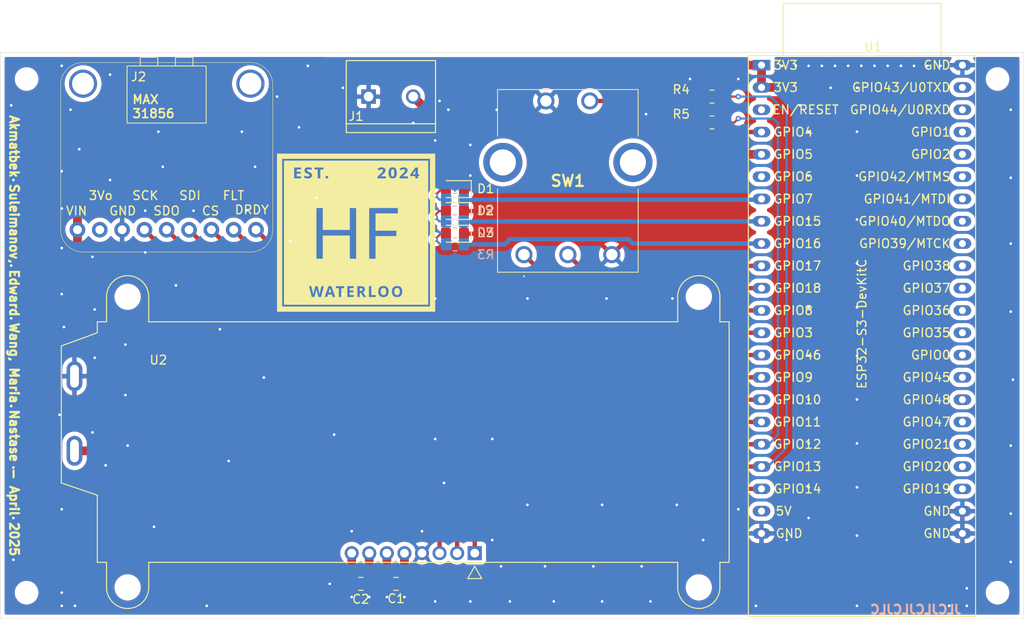
<source format=kicad_pcb>
(kicad_pcb (version 20241229) (generator "pcbnew") (generator_version "9.0")
  (title_block (title "Tube Furnace PCB") (date "2025-03-26") (rev "v2") (company "Waterloo Hacker Fab"))
  (layers (0 "F.Cu" signal) (2 "B.Cu" signal) (13 "F.Paste" user) (15 "B.Paste" user) (5 "F.SilkS" user "F.Silkscreen") (7 "B.SilkS" user "B.Silkscreen") (1 "F.Mask" user) (3 "B.Mask" user) (25 "Edge.Cuts" user))
  (net 0 "")
  (net 1 "GND")
  (net 2 "+3.3V")
  (net 3 "+5V")
  (net 4 "/SSR_PWM")
  (net 5 "Net-(D3-A)")
  (net 6 "Net-(D2-A)")
  (net 7 "Net-(D1-A)")
  (net 8 "Net-(U2-VOUT)")
  (net 9 "Net-(U2-C1+)")
  (net 10 "Net-(U2-C1-)")
  (net 11 "/SCL")
  (net 12 "/SDA")
  (net 13 "/ENC_B")
  (net 14 "/ENC_A")
  (net 15 "/ENC_SW")
  (net 16 "/MAX_SDO")
  (net 17 "/MAX_SCK")
  (net 18 "/MAX_DRDY")
  (net 19 "/MAX_3.3VOUT")
  (net 20 "/MAX_SDI")
  (net 21 "/MAX_CS")
  (net 22 "/MAX_FAULT")
  (net 23 "/DISPLAY_RST")
  (net 24 "/LED_1")
  (net 25 "/LED_2")
  (net 26 "/LED_3")
  (footprint "Diode_SMD:D_0805_2012Metric_Pad1.15x1.40mm_HandSolder" (layer "F.Cu") (at 130.25 76.54 180)
    (property "Reference" "D2" (hide yes))
    (property "Value" "LED" (hide yes))
    (pad "1" smd roundrect (at -1.025 0 180) (size 1.15 1.4) (layers "F.Cu" "F.Mask" "F.Paste") (roundrect_rratio 0.217391) (net 1 "GND"))
    (pad "2" smd roundrect (at 1.025 0 180) (size 1.15 1.4) (layers "F.Cu" "F.Mask" "F.Paste") (roundrect_rratio 0.217391) (net 6 "Net-(D2-A)"))
  )
  (footprint "!footprints:HF_logo" (layer "F.Cu") (at 119 79)
    (property "Reference" "G***" (hide yes))
    (property "Value" "LOGO" (hide yes))
  )
  (footprint "MountingHole:MountingHole_2.2mm_M2" (layer "F.Cu") (at 192 120)
    (property "Reference" "REF**" (hide yes))
    (property "Value" "MountingHole_2.2mm_M2" (hide yes))
    (pad "" np_thru_hole circle (at 0 0) (size 2.2 2.2) (drill 2.2) (layers "*.Cu" "*.Mask"))
  )
  (footprint "phoenix_footprints:TE_282837-2" (layer "F.Cu") (at 122.96 63.5)
    (property "Reference" "J1" (at -3.96 2.25 0) (layer "F.SilkS") (effects (font (size 1.002039 1.002039))))
    (property "Value" "Screw_Terminal_01x02")
    (pad "1" thru_hole rect (at -2.54 0) (size 1.65 1.65) (drill 1.1) (layers "*.Cu" "*.Mask") (net 1 "GND"))
    (pad "2" thru_hole circle (at 2.54 0) (size 1.65 1.65) (drill 1.1) (layers "*.Cu" "*.Mask") (net 4 "/SSR_PWM"))
  )
  (footprint "Capacitor_SMD:C_0805_2012Metric" (layer "F.Cu") (at 123.55 119 180)
    (property "Reference" "C1" (at 0 -1.68 0) (layer "F.SilkS"))
    (property "Value" "1uF")
    (pad "1" smd roundrect (at -0.95 0 180) (size 1 1.45) (layers "F.Cu" "F.Mask" "F.Paste") (net 2 "+3.3V"))
    (pad "2" smd roundrect (at 0.95 0 180) (size 1 1.45) (layers "F.Cu" "F.Mask" "F.Paste") (net 8 "Net-(U2-VOUT)"))
  )
  (footprint "MountingHole:MountingHole_2.2mm_M2" (layer "F.Cu") (at 81.5 61.5)
    (property "Reference" "REF**" (hide yes))
    (property "Value" "MountingHole_2.2mm_M2" (hide yes))
    (pad "" np_thru_hole circle (at 0 0) (size 2.2 2.2) (drill 2.2) (layers "*.Cu" "*.Mask"))
  )
  (footprint "Capacitor_SMD:C_0805_2012Metric" (layer "F.Cu") (at 119.55 119 180)
    (property "Reference" "C2" (at 0.008519 -1.745267 0) (layer "F.SilkS"))
    (property "Value" "1uF")
    (pad "1" smd roundrect (at -0.95 0 180) (size 1 1.45) (layers "F.Cu" "F.Mask" "F.Paste") (net 9 "Net-(U2-C1+)"))
    (pad "2" smd roundrect (at 0.95 0 180) (size 1 1.45) (layers "F.Cu" "F.Mask" "F.Paste") (net 10 "Net-(U2-C1-)"))
  )
  (footprint "!footprints:PEC164120FS0012" (layer "F.Cu") (at 138.1 81.5)
    (property "Reference" "SW1" (at 5 -8.4 0) (layer "F.SilkS") (effects (font (size 1.27 1.27) (thickness 0.254))))
    (property "Value" "RotaryEncoder_Switch" (hide yes))
    (pad "A" thru_hole circle (at 0 0) (size 1.95 1.95) (drill 1.3) (layers "*.Cu" "*.Mask") (net 14 "/ENC_A"))
    (pad "B" thru_hole circle (at 5 0) (size 1.95 1.95) (drill 1.3) (layers "*.Cu" "*.Mask") (net 13 "/ENC_B"))
    (pad "C" thru_hole circle (at 10 0) (size 1.95 1.95) (drill 1.3) (layers "*.Cu" "*.Mask") (net 1 "GND"))
    (pad "MH1" thru_hole circle (at -2.4 -10.5) (size 4.46 4.46) (drill 2.9732) (layers "*.Cu" "*.Mask"))
    (pad "MH2" thru_hole circle (at 12.4 -10.5) (size 4.46 4.46) (drill 2.9732) (layers "*.Cu" "*.Mask"))
    (pad "S1" thru_hole circle (at 2.5 -17.5) (size 1.95 1.95) (drill 1.3) (layers "*.Cu" "*.Mask") (net 1 "GND"))
    (pad "S2" thru_hole circle (at 7.5 -17.5) (size 1.95 1.95) (drill 1.3) (layers "*.Cu" "*.Mask") (net 15 "/ENC_SW"))
  )
  (footprint "Diode_SMD:D_0805_2012Metric_Pad1.15x1.40mm_HandSolder" (layer "F.Cu") (at 130.25 79.12 180)
    (property "Reference" "D3" (hide yes))
    (property "Value" "LED")
    (pad "1" smd roundrect (at -1.025 0 180) (size 1.15 1.4) (layers "F.Cu" "F.Mask" "F.Paste") (roundrect_rratio 0.217391) (net 1 "GND"))
    (pad "2" smd roundrect (at 1.025 0 180) (size 1.15 1.4) (layers "F.Cu" "F.Mask" "F.Paste") (roundrect_rratio 0.217391) (net 5 "Net-(D3-A)"))
  )
  (footprint "MountingHole:MountingHole_2.2mm_M2" (layer "F.Cu") (at 81.5 120)
    (property "Reference" "REF**" (hide yes))
    (property "Value" "MountingHole_2.2mm_M2" (hide yes))
    (pad "" np_thru_hole circle (at 0 0) (size 2.2 2.2) (drill 2.2) (layers "*.Cu" "*.Mask"))
  )
  (footprint "Resistor_SMD:R_0805_2012Metric_Pad1.20x1.40mm_HandSolder" (layer "F.Cu") (at 159.5 66.45)
    (property "Reference" "R5" (at -3.5 -0.95 0) (layer "F.SilkS"))
    (property "Value" "4.7k")
    (pad "1" smd roundrect (at -1 0) (size 1.2 1.4) (layers "F.Cu" "F.Mask" "F.Paste") (roundrect_rratio 0.208333) (net 2 "+3.3V"))
    (pad "2" smd roundrect (at 1 0) (size 1.2 1.4) (layers "F.Cu" "F.Mask" "F.Paste") (roundrect_rratio 0.208333) (net 12 "/SDA"))
  )
  (footprint "Resistor_SMD:R_0805_2012Metric_Pad1.20x1.40mm_HandSolder" (layer "F.Cu") (at 159.5 63.5)
    (property "Reference" "R4" (at -3.5 -0.8 0) (layer "F.SilkS"))
    (property "Value" "4.7k")
    (pad "1" smd roundrect (at -1 0) (size 1.2 1.4) (layers "F.Cu" "F.Mask" "F.Paste") (roundrect_rratio 0.208333) (net 2 "+3.3V"))
    (pad "2" smd roundrect (at 1 0) (size 1.2 1.4) (layers "F.Cu" "F.Mask" "F.Paste") (roundrect_rratio 0.208333) (net 11 "/SCL"))
  )
  (footprint "Diode_SMD:D_0805_2012Metric_Pad1.15x1.40mm_HandSolder" (layer "F.Cu") (at 130.25 74.04 180)
    (property "Reference" "D1" (hide yes))
    (property "Value" "LED" (hide yes))
    (pad "1" smd roundrect (at -1.025 0 180) (size 1.15 1.4) (layers "F.Cu" "F.Mask" "F.Paste") (roundrect_rratio 0.217391) (net 1 "GND"))
    (pad "2" smd roundrect (at 1.025 0 180) (size 1.15 1.4) (layers "F.Cu" "F.Mask" "F.Paste") (roundrect_rratio 0.217391) (net 7 "Net-(D1-A)"))
  )
  (footprint "Display:NHD-C0220BiZ" (layer "F.Cu") (at 125.5 99.6)
    (property "Reference" "U2" (at -29 -6.1 0) (layer "F.SilkS"))
    (property "Value" "NHD-C0220BIZ")
    (pad "" np_thru_hole circle (at -32.5 -13.3) (size 2.5 2.5) (drill 2.5) (layers "*.Cu" "*.Mask"))
    (pad "" np_thru_hole circle (at -32.5 19.8) (size 2.5 2.5) (drill 2.5) (layers "*.Cu" "*.Mask"))
    (pad "" np_thru_hole circle (at 32.5 -13.3) (size 2.5 2.5) (drill 2.5) (layers "*.Cu" "*.Mask"))
    (pad "" np_thru_hole circle (at 32.5 19.8) (size 2.5 2.5) (drill 2.5) (layers "*.Cu" "*.Mask"))
    (pad "1" thru_hole rect (at 7 15.9) (size 1.6 1.6) (drill 1) (layers "*.Cu" "*.Mask") (net 23 "/DISPLAY_RST"))
    (pad "2" thru_hole circle (at 5 15.9) (size 1.6 1.6) (drill 1) (layers "*.Cu" "*.Mask") (net 11 "/SCL"))
    (pad "3" thru_hole circle (at 3 15.9) (size 1.6 1.6) (drill 1) (layers "*.Cu" "*.Mask") (net 12 "/SDA"))
    (pad "4" thru_hole circle (at 1 15.9) (size 1.6 1.6) (drill 1) (layers "*.Cu" "*.Mask") (net 1 "GND"))
    (pad "5" thru_hole circle (at -1 15.9) (size 1.6 1.6) (drill 1) (layers "*.Cu" "*.Mask") (net 2 "+3.3V"))
    (pad "6" thru_hole circle (at -3 15.9) (size 1.6 1.6) (drill 1) (layers "*.Cu" "*.Mask") (net 8 "Net-(U2-VOUT)"))
    (pad "7" thru_hole circle (at -5 15.9) (size 1.6 1.6) (drill 1) (layers "*.Cu" "*.Mask") (net 9 "Net-(U2-C1+)"))
    (pad "8" thru_hole circle (at -7 15.9) (size 1.6 1.6) (drill 1) (layers "*.Cu" "*.Mask") (net 10 "Net-(U2-C1-)"))
    (pad "9" thru_hole oval (at -38.55 4.25) (size 1.8 3.4) (drill oval 1 2.6) (layers "*.Cu" "*.Mask") (net 2 "+3.3V"))
    (pad "10" thru_hole oval (at -38.55 -4.25) (size 1.8 3.4) (drill oval 1 2.6) (layers "*.Cu" "*.Mask") (net 1 "GND"))
  )
  (footprint "PCM_Espressif:ESP32-S3-DevKitC" (layer "F.Cu") (at 165.14 59.92)
    (property "Reference" "U1" (at 12.7 -2.1 0) (layer "F.SilkS"))
    (property "Value" "ESP32-S3-DevKitC" (at 11.42632 29.46128 90) (layer "F.SilkS"))
    (fp_text user "GPIO47" (at 21.59 40.64 0) (layer "F.SilkS") (effects (justify right)))
    (fp_text user "3V3" (at 1.27 0 0) (layer "F.SilkS") (effects (justify left)))
    (fp_text user "GPIO18" (at 1.27 25.4 0) (layer "F.SilkS") (effects (justify left)))
    (fp_text user "GND" (at 1.52032 53.33728 0) (layer "F.SilkS") (effects (justify left)))
    (fp_text user "GPIO12" (at 1.27 43.18 0) (layer "F.SilkS") (effects (justify left)))
    (fp_text user "GPIO11" (at 1.27 40.64 0) (layer "F.SilkS") (effects (justify left)))
    (fp_text user "GPIO48" (at 21.59 38.1 0) (layer "F.SilkS") (effects (justify right)))
    (fp_text user "GPIO2" (at 21.59 10.16 0) (layer "F.SilkS") (effects (justify right)))
    (fp_text user "GPIO36" (at 21.59 27.94 0) (layer "F.SilkS") (effects (justify right)))
    (fp_text user "3V3" (at 1.27 2.54 0) (layer "F.SilkS") (effects (justify left)))
    (fp_text user "GPIO40/MTDO" (at 21.59 17.78 0) (layer "F.SilkS") (effects (justify right)))
    (fp_text user "GPIO9" (at 1.27 35.56 0) (layer "F.SilkS") (effects (justify left)))
    (fp_text user "GND" (at 21.59 50.8 0) (layer "F.SilkS") (effects (justify right)))
    (fp_text user "GPIO17" (at 1.27 22.86 0) (layer "F.SilkS") (effects (justify left)))
    (fp_text user "GPIO21" (at 21.59 43.18 0) (layer "F.SilkS") (effects (justify right)))
    (fp_text user "GPIO6" (at 1.27 12.7 0) (layer "F.SilkS") (effects (justify left)))
    (fp_text user "GPIO5" (at 1.27 10.16 0) (layer "F.SilkS") (effects (justify left)))
    (fp_text user "GPIO19" (at 21.59 48.26 0) (layer "F.SilkS") (effects (justify right)))
    (fp_text user "GPIO37" (at 21.59 25.4 0) (layer "F.SilkS") (effects (justify right)))
    (fp_text user "GPIO20" (at 21.59 45.72 0) (layer "F.SilkS") (effects (justify right)))
    (fp_text user "GPIO38" (at 21.59 22.86 0) (layer "F.SilkS") (effects (justify right)))
    (fp_text user "GPIO7" (at 1.27 15.24 0) (layer "F.SilkS") (effects (justify left)))
    (fp_text user "GPIO39/MTCK" (at 21.59 20.32 0) (layer "F.SilkS") (effects (justify right)))
    (fp_text user "5V" (at 1.52032 50.79728 0) (layer "F.SilkS") (effects (justify left)))
    (fp_text user "GPIO44/U0RXD" (at 21.59 5.08 0) (layer "F.SilkS") (effects (justify right)))
    (fp_text user "GPIO0" (at 21.59 33.02 0) (layer "F.SilkS") (effects (justify right)))
    (fp_text user "GND" (at 21.59 0 0) (layer "F.SilkS") (effects (justify right)))
    (fp_text user "GPIO42/MTMS" (at 21.59 12.7 0) (layer "F.SilkS") (effects (justify right)))
    (fp_text user "GPIO4" (at 1.27 7.62 0) (layer "F.SilkS") (effects (justify left)))
    (fp_text user "GPIO10" (at 1.27 38.1 0) (layer "F.SilkS") (effects (justify left)))
    (fp_text user "GPIO13" (at 1.27 45.72 0) (layer "F.SilkS") (effects (justify left)))
    (fp_text user "GPIO46" (at 1.27 33.02 0) (layer "F.SilkS") (effects (justify left)))
    (fp_text user "GPIO8" (at 1.27 27.94 0) (layer "F.SilkS") (effects (justify left)))
    (fp_text user "GPIO41/MTDI" (at 21.59 15.24 0) (layer "F.SilkS") (effects (justify right)))
    (fp_text user "GPIO15" (at 1.27 17.78 0) (layer "F.SilkS") (effects (justify left)))
    (fp_text user "GPIO35" (at 21.59 30.48 0) (layer "F.SilkS") (effects (justify right)))
    (fp_text user "GND" (at 21.59 53.34 0) (layer "F.SilkS") (effects (justify right)))
    (fp_text user "GPIO14" (at 1.27 48.26 0) (layer "F.SilkS") (effects (justify left)))
    (fp_text user "GPIO1" (at 21.59 7.62 0) (layer "F.SilkS") (effects (justify right)))
    (fp_text user "GPIO43/U0TXD" (at 21.59 2.54 0) (layer "F.SilkS") (effects (justify right)))
    (fp_text user "GPIO45" (at 21.59 35.56 0) (layer "F.SilkS") (effects (justify right)))
    (fp_text user "GPIO16" (at 1.27 20.32 0) (layer "F.SilkS") (effects (justify left)))
    (fp_text user "GPIO3" (at 1.27 30.48 0) (layer "F.SilkS") (effects (justify left)))
    (fp_text user "EN/RESET" (at 8.88632 5.07728 0) (layer "F.SilkS") (effects (justify right)))
    (pad "1" thru_hole rect (at 0 0 270) (size 1.2 2) (drill 0.8) (layers "*.Cu" "*.Mask") (net 2 "+3.3V"))
    (pad "2" thru_hole oval (at 0 2.54 270) (size 1.2 2) (drill 0.8) (layers "*.Cu" "*.Mask") (net 2 "+3.3V"))
    (pad "3" thru_hole oval (at 0 5.08 270) (size 1.2 2) (drill 0.8) (layers "*.Cu" "*.Mask"))
    (pad "4" thru_hole oval (at 0 7.62 270) (size 1.2 2) (drill 0.8) (layers "*.Cu" "*.Mask") (net 15 "/ENC_SW"))
    (pad "5" thru_hole oval (at 0 10.16 270) (size 1.2 2) (drill 0.8) (layers "*.Cu" "*.Mask") (net 4 "/SSR_PWM"))
    (pad "6" thru_hole oval (at 0 12.7 270) (size 1.2 2) (drill 0.8) (layers "*.Cu" "*.Mask"))
    (pad "7" thru_hole oval (at 0 15.24 270) (size 1.2 2) (drill 0.8) (layers "*.Cu" "*.Mask") (net 24 "/LED_1"))
    (pad "8" thru_hole oval (at 0 17.78 270) (size 1.2 2) (drill 0.8) (layers "*.Cu" "*.Mask") (net 25 "/LED_2"))
    (pad "9" thru_hole oval (at 0 20.32 270) (size 1.2 2) (drill 0.8) (layers "*.Cu" "*.Mask") (net 26 "/LED_3"))
    (pad "10" thru_hole oval (at 0 22.86 270) (size 1.2 2) (drill 0.8) (layers "*.Cu" "*.Mask") (net 13 "/ENC_B"))
    (pad "11" thru_hole oval (at 0 25.4 270) (size 1.2 2) (drill 0.8) (layers "*.Cu" "*.Mask") (net 14 "/ENC_A"))
    (pad "12" thru_hole oval (at 0 27.94 270) (size 1.2 2) (drill 0.8) (layers "*.Cu" "*.Mask") (net 18 "/MAX_DRDY"))
    (pad "13" thru_hole oval (at 0 30.48 270) (size 1.2 2) (drill 0.8) (layers "*.Cu" "*.Mask") (net 22 "/MAX_FAULT"))
    (pad "14" thru_hole oval (at 0 33.02 270) (size 1.2 2) (drill 0.8) (layers "*.Cu" "*.Mask") (net 21 "/MAX_CS"))
    (pad "15" thru_hole oval (at 0 35.56 270) (size 1.2 2) (drill 0.8) (layers "*.Cu" "*.Mask") (net 20 "/MAX_SDI"))
    (pad "16" thru_hole oval (at 0 38.1 270) (size 1.2 2) (drill 0.8) (layers "*.Cu" "*.Mask") (net 16 "/MAX_SDO"))
    (pad "17" thru_hole oval (at 0 40.64 270) (size 1.2 2) (drill 0.8) (layers "*.Cu" "*.Mask") (net 17 "/MAX_SCK"))
    (pad "18" thru_hole oval (at 0 43.18 270) (size 1.2 2) (drill 0.8) (layers "*.Cu" "*.Mask") (net 12 "/SDA"))
    (pad "19" thru_hole oval (at 0 45.72 270) (size 1.2 2) (drill 0.8) (layers "*.Cu" "*.Mask") (net 11 "/SCL"))
    (pad "20" thru_hole oval (at -0.00368 48.25728 270) (size 1.2 2) (drill 0.8) (layers "*.Cu" "*.Mask") (net 23 "/DISPLAY_RST"))
    (pad "21" thru_hole oval (at -0.00368 50.79728 270) (size 1.2 2) (drill 0.8) (layers "*.Cu" "*.Mask") (net 3 "+5V"))
    (pad "22" thru_hole oval (at -0.00368 53.33728 270) (size 1.2 2) (drill 0.8) (layers "*.Cu" "*.Mask") (net 1 "GND"))
    (pad "23" thru_hole oval (at 22.86 53.34 270) (size 1.2 2) (drill 0.8) (layers "*.Cu" "*.Mask") (net 1 "GND"))
    (pad "24" thru_hole oval (at 22.86 50.8 270) (size 1.2 2) (drill 0.8) (layers "*.Cu" "*.Mask") (net 1 "GND"))
    (pad "25" thru_hole oval (at 22.86 48.26 270) (size 1.2 2) (drill 0.8) (layers "*.Cu" "*.Mask"))
    (pad "26" thru_hole oval (at 22.86 45.72 270) (size 1.2 2) (drill 0.8) (layers "*.Cu" "*.Mask"))
    (pad "27" thru_hole oval (at 22.86 43.18 270) (size 1.2 2) (drill 0.8) (layers "*.Cu" "*.Mask"))
    (pad "28" thru_hole oval (at 22.86 40.64 270) (size 1.2 2) (drill 0.8) (layers "*.Cu" "*.Mask"))
    (pad "29" thru_hole oval (at 22.86 38.1 270) (size 1.2 2) (drill 0.8) (layers "*.Cu" "*.Mask"))
    (pad "30" thru_hole oval (at 22.86 35.56 270) (size 1.2 2) (drill 0.8) (layers "*.Cu" "*.Mask"))
    (pad "31" thru_hole oval (at 22.86 33.02 270) (size 1.2 2) (drill 0.8) (layers "*.Cu" "*.Mask"))
    (pad "32" thru_hole oval (at 22.86 30.48 270) (size 1.2 2) (drill 0.8) (layers "*.Cu" "*.Mask"))
    (pad "33" thru_hole oval (at 22.86 27.94 270) (size 1.2 2) (drill 0.8) (layers "*.Cu" "*.Mask"))
    (pad "34" thru_hole oval (at 22.86 25.4 270) (size 1.2 2) (drill 0.8) (layers "*.Cu" "*.Mask"))
    (pad "35" thru_hole oval (at 22.86 22.86 270) (size 1.2 2) (drill 0.8) (layers "*.Cu" "*.Mask"))
    (pad "36" thru_hole oval (at 22.86 20.32 270) (size 1.2 2) (drill 0.8) (layers "*.Cu" "*.Mask"))
    (pad "37" thru_hole oval (at 22.86 17.78 270) (size 1.2 2) (drill 0.8) (layers "*.Cu" "*.Mask"))
    (pad "38" thru_hole oval (at 22.86 15.24 270) (size 1.2 2) (drill 0.8) (layers "*.Cu" "*.Mask"))
    (pad "39" thru_hole oval (at 22.86 12.7 270) (size 1.2 2) (drill 0.8) (layers "*.Cu" "*.Mask"))
    (pad "40" thru_hole oval (at 22.86 10.16 270) (size 1.2 2) (drill 0.8) (layers "*.Cu" "*.Mask"))
    (pad "41" thru_hole oval (at 22.86 7.62 270) (size 1.2 2) (drill 0.8) (layers "*.Cu" "*.Mask"))
    (pad "42" thru_hole oval (at 22.86 5.08 270) (size 1.2 2) (drill 0.8) (layers "*.Cu" "*.Mask"))
    (pad "43" thru_hole oval (at 22.86 2.54 270) (size 1.2 2) (drill 0.8) (layers "*.Cu" "*.Mask"))
    (pad "44" thru_hole oval (at 22.86 0 270) (size 1.2 2) (drill 0.8) (layers "*.Cu" "*.Mask") (net 1 "GND"))
  )
  (footprint "MountingHole:MountingHole_2.2mm_M2" (layer "F.Cu") (at 192 61.5)
    (property "Reference" "REF**" (hide yes))
    (property "Value" "MountingHole_2.2mm_M2" (hide yes))
    (pad "" np_thru_hole circle (at 0 0) (size 2.2 2.2) (drill 2.2) (layers "*.Cu" "*.Mask"))
  )
  (footprint "!footprints:MAX31856_HEADER" (layer "F.Cu") (at 87.936314 62.019686)
    (property "Reference" "J2" (at 6.313686 -0.769686 0) (layer "F.SilkS"))
    (property "Value" "Conn_01x09_Socket" (hide yes))
    (fp_text user "SCK" (at 7.08 12.75 0) (layer "F.SilkS") (effects (font (thickness 0.1524))))
    (fp_text user "SDI" (at 12.16 12.75 0) (layer "F.SilkS") (effects (font (thickness 0.1524))))
    (fp_text user "GND" (at 4.5 14.5 0) (layer "F.SilkS") (effects (font (thickness 0.1524))))
    (fp_text user "FLT" (at 17.113 12.75 0) (layer "F.SilkS") (effects (font (thickness 0.1524))))
    (fp_text user "3Vo" (at 2 12.75 0) (layer "F.SilkS") (effects (font (thickness 0.1524))))
    (fp_text user "CS" (at 14.5 14.5 0) (layer "F.SilkS") (effects (font (thickness 0.1524))))
    (fp_text user "SDO" (at 9.5 14.5 0) (layer "F.SilkS") (effects (font (thickness 0.1524))))
    (fp_text user "DRDY" (at 19.193 14.375686 0) (layer "F.SilkS") (effects (font (thickness 0.1524))))
    (fp_text user "VIN" (at -0.75 14.5 0) (layer "F.SilkS") (effects (font (thickness 0.1524))))
    (fp_text user "MAX\n31856" (at 5.5 4 0) (layer "F.SilkS") (effects (font (thickness 0.1905)) (justify left bottom)))
    (pad "1" thru_hole circle (at 19.673686 16.648314 270) (size 1.778 1.778) (drill 1) (layers "*.Cu" "*.Mask") (net 18 "/MAX_DRDY"))
    (pad "2" thru_hole circle (at 17.133686 16.648314 270) (size 1.778 1.778) (drill 1) (layers "*.Cu" "*.Mask") (net 22 "/MAX_FAULT"))
    (pad "3" thru_hole circle (at 14.593686 16.648314 270) (size 1.778 1.778) (drill 1) (layers "*.Cu" "*.Mask") (net 21 "/MAX_CS"))
    (pad "4" thru_hole circle (at 12.053686 16.648314 270) (size 1.778 1.778) (drill 1) (layers "*.Cu" "*.Mask") (net 20 "/MAX_SDI"))
    (pad "5" thru_hole circle (at 9.513686 16.648314 270) (size 1.778 1.778) (drill 1) (layers "*.Cu" "*.Mask") (net 16 "/MAX_SDO"))
    (pad "6" thru_hole circle (at 6.973686 16.648314 270) (size 1.778 1.778) (drill 1) (layers "*.Cu" "*.Mask") (net 17 "/MAX_SCK"))
    (pad "7" thru_hole circle (at 4.433686 16.648314 270) (size 1.778 1.778) (drill 1) (layers "*.Cu" "*.Mask") (net 1 "GND"))
    (pad "8" thru_hole circle (at 1.893686 16.648314 270) (size 1.778 1.778) (drill 1) (layers "*.Cu" "*.Mask") (net 19 "/MAX_3.3VOUT"))
    (pad "9" thru_hole circle (at -0.646314 16.648314 270) (size 1.778 1.778) (drill 1) (layers "*.Cu" "*.Mask") (net 2 "+3.3V"))
    (pad "P$1" thru_hole circle (at -0.011314 0.011314) (size 3.2 3.2) (drill 2.5) (layers "*.Cu" "*.Mask"))
    (pad "P$1" thru_hole circle (at 19.038686 0.011314) (size 3.2 3.2) (drill 2.5) (layers "*.Cu" "*.Mask"))
    (zone (net 0) (net_name "") (layer "F.Cu") (connect_pads (clearance 0)) (min_thickness 0.25)
      (keepout (tracks not_allowed) (vias not_allowed) (pads not_allowed) (copperpour not_allowed) (footprints allowed))
      (fill (thermal_gap 0.5) (thermal_bridge_width 0.5))
      (polygon (pts (xy 89.941 62.031) (xy 89.92138 61.750427) (xy 89.862904 61.475315) (xy 89.766708 61.211019) (xy 89.660954 61.012126) (xy 89.530197 60.766208) (xy 89.273967 60.53282) (xy 89.052333 60.35966) (xy 88.808756 60.219031) (xy 88.547978 60.11367) (xy 88.275075 60.045628) (xy 87.995357 60.016228) (xy 87.714271 60.026044) (xy 87.437285 60.074884) (xy 87.169793 60.161797) (xy 86.917 60.285093) (xy 86.683826 60.44237) (xy 86.474811 60.630569) (xy 86.294022 60.846025) (xy 86.144978 61.084545) (xy 86.03058 61.341487) (xy 85.953054 61.61185) (xy 85.913911 61.890371) (xy 85.913911 62.171629) (xy 85.953054 62.45015) (xy 86.03058 62.720513) (xy 86.144978 62.977455) (xy 86.294022 63.215975) (xy 86.474811 63.431431) (xy 86.683826 63.61963) (xy 86.917 63.776907) (xy 87.169793 63.900203) (xy 87.437285 63.987116) (xy 87.714271 64.035956) (xy 87.995357 64.045772) (xy 88.275075 64.016372) (xy 88.547978 63.94833) (xy 88.808756 63.842969) (xy 89.052333 63.70234) (xy 89.273967 63.52918) (xy 89.469346 63.32686) (xy 89.634665 63.099317) (xy 89.766708 62.850981) (xy 89.862904 62.586685) (xy 89.92138 62.311573)))
      (polygon (pts (xy 87.909 62.031) (xy 87.913686 62.042314) (xy 87.925 62.047) (xy 87.936314 62.042314) (xy 87.941 62.031) (xy 87.936314 62.019686) (xy 87.925 62.015) (xy 87.913686 62.019686)))
    )
    (zone (net 0) (net_name "") (layer "F.Cu") (connect_pads (clearance 0)) (min_thickness 0.25)
      (keepout (tracks not_allowed) (vias not_allowed) (pads not_allowed) (copperpour not_allowed) (footprints allowed))
      (fill (thermal_gap 0.5) (thermal_bridge_width 0.5))
      (polygon (pts (xy 108.991 62.031) (xy 108.97138 61.750427) (xy 108.912904 61.475315) (xy 108.816708 61.211019) (xy 108.684665 60.962683) (xy 108.519346 60.73514) (xy 108.323967 60.53282) (xy 108.102333 60.35966) (xy 107.858756 60.219031) (xy 107.597978 60.11367) (xy 107.325075 60.045628) (xy 107.045357 60.016228) (xy 106.764271 60.026044) (xy 106.487285 60.074884) (xy 106.219793 60.161797) (xy 105.967 60.285093) (xy 105.733826 60.44237) (xy 105.524811 60.630569) (xy 105.344022 60.846025) (xy 105.194978 61.084545) (xy 105.08058 61.341487) (xy 105.003054 61.61185) (xy 104.963911 61.890371) (xy 104.963911 62.171629) (xy 105.003054 62.45015) (xy 105.08058 62.720513) (xy 105.194978 62.977455) (xy 105.344022 63.215975) (xy 105.524811 63.431431) (xy 105.733826 63.61963) (xy 105.967 63.776907) (xy 106.219793 63.900203) (xy 106.487285 63.987116) (xy 106.764271 64.035956) (xy 107.045357 64.045772) (xy 107.325075 64.016372) (xy 107.597978 63.94833) (xy 107.858756 63.842969) (xy 108.102333 63.70234) (xy 108.323967 63.52918) (xy 108.519346 63.32686) (xy 108.684665 63.099317) (xy 108.816708 62.850981) (xy 108.912904 62.586685) (xy 108.97138 62.311573)))
      (polygon (pts (xy 106.959 62.031) (xy 106.963686 62.042314) (xy 106.975 62.047) (xy 106.986314 62.042314) (xy 106.991 62.031) (xy 106.986314 62.019686) (xy 106.975 62.015) (xy 106.963686 62.019686)))
    )
    (zone (net 0) (net_name "") (layer "B.Cu") (connect_pads (clearance 0)) (min_thickness 0.25)
      (keepout (tracks not_allowed) (vias not_allowed) (pads not_allowed) (copperpour not_allowed) (footprints allowed))
      (fill (thermal_gap 0.5) (thermal_bridge_width 0.5))
      (polygon (pts (xy 89.941 62.031) (xy 89.92138 61.750427) (xy 89.862904 61.475315) (xy 89.766708 61.211019) (xy 89.634665 60.962683) (xy 89.469346 60.73514) (xy 89.273967 60.53282) (xy 89.052333 60.35966) (xy 88.808756 60.219031) (xy 88.547978 60.11367) (xy 88.275075 60.045628) (xy 87.995357 60.016228) (xy 87.714271 60.026044) (xy 87.437285 60.074884) (xy 87.169793 60.161797) (xy 86.917 60.285093) (xy 86.683826 60.44237) (xy 86.474811 60.630569) (xy 86.294022 60.846025) (xy 86.144978 61.084545) (xy 86.03058 61.341487) (xy 85.953054 61.61185) (xy 85.913911 61.890371) (xy 85.913911 62.171629) (xy 85.953054 62.45015) (xy 86.03058 62.720513) (xy 86.144978 62.977455) (xy 86.294022 63.215975) (xy 86.474811 63.431431) (xy 86.683826 63.61963) (xy 86.917 63.776907) (xy 87.169793 63.900203) (xy 87.437285 63.987116) (xy 87.714271 64.035956) (xy 87.995357 64.045772) (xy 88.275075 64.016372) (xy 88.547978 63.94833) (xy 88.808756 63.842969) (xy 89.052333 63.70234) (xy 89.273967 63.52918) (xy 89.469346 63.32686) (xy 89.634665 63.099317) (xy 89.766708 62.850981) (xy 89.862904 62.586685) (xy 89.92138 62.311573)))
      (polygon (pts (xy 87.909 62.031) (xy 87.913686 62.042314) (xy 87.925 62.047) (xy 87.936314 62.042314) (xy 87.941 62.031) (xy 87.936314 62.019686) (xy 87.925 62.015) (xy 87.913686 62.019686)))
    )
    (zone (net 0) (net_name "") (layer "B.Cu") (connect_pads (clearance 0)) (min_thickness 0.25)
      (keepout (tracks not_allowed) (vias not_allowed) (pads not_allowed) (copperpour not_allowed) (footprints allowed))
      (fill (thermal_gap 0.5) (thermal_bridge_width 0.5))
      (polygon (pts (xy 108.991 62.031) (xy 108.97138 61.750427) (xy 108.912904 61.475315) (xy 108.816708 61.211019) (xy 108.684665 60.962683) (xy 108.519346 60.73514) (xy 108.323967 60.53282) (xy 108.102333 60.35966) (xy 107.858756 60.219031) (xy 107.597978 60.11367) (xy 107.325075 60.045628) (xy 107.045357 60.016228) (xy 106.764271 60.026044) (xy 106.487285 60.074884) (xy 106.219793 60.161797) (xy 105.967 60.285093) (xy 105.733826 60.44237) (xy 105.524811 60.630569) (xy 105.344022 60.846025) (xy 105.194978 61.084545) (xy 105.08058 61.341487) (xy 105.003054 61.61185) (xy 104.963911 61.890371) (xy 104.963911 62.171629) (xy 105.003054 62.45015) (xy 105.08058 62.720513) (xy 105.194978 62.977455) (xy 105.344022 63.215975) (xy 105.524811 63.431431) (xy 105.733826 63.61963) (xy 105.967 63.776907) (xy 106.219793 63.900203) (xy 106.487285 63.987116) (xy 106.764271 64.035956) (xy 107.045357 64.045772) (xy 107.325075 64.016372) (xy 107.597978 63.94833) (xy 107.858756 63.842969) (xy 108.102333 63.70234) (xy 108.323967 63.52918) (xy 108.519346 63.32686) (xy 108.684665 63.099317) (xy 108.816708 62.850981) (xy 108.912904 62.586685) (xy 108.97138 62.311573)))
      (polygon (pts (xy 106.959 62.031) (xy 106.963686 62.042314) (xy 106.975 62.047) (xy 106.986314 62.042314) (xy 106.991 62.031) (xy 106.986314 62.019686) (xy 106.975 62.015) (xy 106.963686 62.019686)))
    )
  )
  (footprint "Resistor_SMD:R_0805_2012Metric_Pad1.20x1.40mm_HandSolder" (layer "B.Cu") (at 130.246885 77.714021 180)
    (property "Reference" "R2" (at -3.503115 -1.285979 0) (layer "B.SilkS") (effects (justify mirror)))
    (property "Value" "220" (hide yes))
    (pad "1" smd roundrect (at -1 0 180) (size 1.2 1.4) (layers "B.Cu" "B.Mask" "B.Paste") (roundrect_rratio 0.208333) (net 25 "/LED_2"))
    (pad "2" smd roundrect (at 1 0 180) (size 1.2 1.4) (layers "B.Cu" "B.Mask" "B.Paste") (roundrect_rratio 0.208333) (net 6 "Net-(D2-A)"))
  )
  (footprint "Resistor_SMD:R_0805_2012Metric_Pad1.20x1.40mm_HandSolder" (layer "B.Cu") (at 130.262578 80.331471 180)
    (property "Reference" "R3" (at -3.487422 -1.168529 0) (layer "B.SilkS") (effects (justify mirror)))
    (property "Value" "220" (hide yes))
    (pad "1" smd roundrect (at -1 0 180) (size 1.2 1.4) (layers "B.Cu" "B.Mask" "B.Paste") (roundrect_rratio 0.208333) (net 26 "/LED_3"))
    (pad "2" smd roundrect (at 1 0 180) (size 1.2 1.4) (layers "B.Cu" "B.Mask" "B.Paste") (roundrect_rratio 0.208333) (net 5 "Net-(D3-A)"))
  )
  (footprint "Resistor_SMD:R_0805_2012Metric_Pad1.20x1.40mm_HandSolder" (layer "B.Cu") (at 130.25 75.25 180)
    (property "Reference" "R1" (hide yes))
    (property "Value" "220" (hide yes))
    (pad "1" smd roundrect (at -1 0 180) (size 1.2 1.4) (layers "B.Cu" "B.Mask" "B.Paste") (roundrect_rratio 0.208333) (net 24 "/LED_1"))
    (pad "2" smd roundrect (at 1 0 180) (size 1.2 1.4) (layers "B.Cu" "B.Mask" "B.Paste") (roundrect_rratio 0.208333) (net 7 "Net-(D1-A)"))
  )
  (gr_rect (start 78.5 58.5) (end 195 123) (stroke (width 0.05)) (fill no) (layer "Edge.Cuts"))
  (gr_text "Akmatbek Suleimanov, Edward Wang, Maria Nastase - April 2025" (at 79.5 65.5 270) (layer "F.SilkS") (effects (font (size 1 1) (thickness 0.25) (bold yes)) (justify left bottom)))
  (gr_text "D3" (at 133.75 79 0) (layer "F.SilkS") (effects (font (size 1 1))))
  (gr_text "D1" (at 133.75 74 0) (layer "F.SilkS") (effects (font (size 1 1))))
  (gr_text "D2" (at 133.75 76.5 0) (layer "F.SilkS") (effects (font (size 1 1))))
  (gr_text "R1" (at 134.75 77 -0) (layer "B.SilkS") (effects (font (size 1 1)) (justify left bottom mirror)))
  (gr_text "JLCJLCJLCJLC" (at 188 122.5 -0) (layer "B.SilkS") (effects (font (size 1 1) (thickness 0.25) (bold yes)) (justify left bottom mirror)))
  (via (at 152.5 121) (size 0.6) (drill 0.3) (layers "F.Cu" "B.Cu") (net 1))
  (via (at 185.5 60) (size 0.6) (drill 0.3) (layers "F.Cu" "B.Cu") (net 1))
  (via (at 179.5 60) (size 0.6) (drill 0.3) (layers "F.Cu" "B.Cu") (net 1))
  (via (at 170.5 93) (size 0.6) (drill 0.3) (layers "F.Cu" "B.Cu") (net 1))
  (via (at 193.5 88) (size 0.6) (drill 0.3) (layers "F.Cu" "B.Cu") (net 1))
  (via (at 79.75 88.75) (size 0.6) (drill 0.3) (layers "F.Cu" "B.Cu") (net 1))
  (via (at 91 73) (size 0.6) (drill 0.3) (layers "F.Cu" "B.Cu") (net 1))
  (via (at 98.5 85) (size 0.6) (drill 0.3) (layers "F.Cu" "B.Cu") (net 1))
  (via (at 89.25 93.25) (size 0.6) (drill 0.3) (layers "F.Cu" "B.Cu") (net 1))
  (via (at 96.5 67.5) (size 0.6) (drill 0.3) (layers "F.Cu" "B.Cu") (net 1))
  (via (at 140.5 117) (size 0.6) (drill 0.3) (layers "F.Cu" "B.Cu") (net 1))
  (via (at 132 121) (size 0.6) (drill 0.3) (layers "F.Cu" "B.Cu") (net 1))
  (via (at 132 72.5) (size 0.6) (drill 0.3) (layers "F.Cu" "B.Cu") (net 1))
  (via (at 162.5 110.5) (size 0.6) (drill 0.3) (layers "F.Cu" "B.Cu") (net 1))
  (via (at 170.5 60) (size 0.6) (drill 0.3) (layers "F.Cu" "B.Cu") (net 1))
  (via (at 85.5 121.5) (size 0.6) (drill 0.3) (layers "F.Cu" "B.Cu") (net 1))
  (via (at 172 60) (size 0.6) (drill 0.3) (layers "F.Cu" "B.Cu") (net 1))
  (via (at 182.5 60) (size 0.6) (drill 0.3) (layers "F.Cu" "B.Cu") (net 1))
  (via (at 122.5 120.5) (size 0.6) (drill 0.3) (layers "F.Cu" "B.Cu") (net 1))
  (via (at 170.5 103) (size 0.6) (drill 0.3) (layers "F.Cu" "B.Cu") (net 1))
  (via (at 106.5 76.5) (size 0.6) (drill 0.3) (layers "F.Cu" "B.Cu") (net 1))
  (via (at 176 77.5) (size 0.6) (drill 0.3) (layers "F.Cu" "B.Cu") (net 1))
  (via (at 176 87.5) (size 0.6) (drill 0.3) (layers "F.Cu" "B.Cu") (net 1))
  (via (at 96 112.5) (size 0.6) (drill 0.3) (layers "F.Cu" "B.Cu") (net 1))
  (via (at 169.02461 59.973958) (size 0.6) (drill 0.3) (layers "F.Cu" "B.Cu") (net 1))
  (via (at 141.5 121) (size 0.6) (drill 0.3) (layers "F.Cu" "B.Cu") (net 1))
  (via (at 186.5 121.5) (size 0.6) (drill 0.3) (layers "F.Cu" "B.Cu") (net 1))
  (via (at 116.5 102) (size 0.6) (drill 0.3) (layers "F.Cu" "B.Cu") (net 1))
  (via (at 176 98) (size 0.6) (drill 0.3) (layers "F.Cu" "B.Cu") (net 1))
  (via (at 170.5 72.5) (size 0.6) (drill 0.3) (layers "F.Cu" "B.Cu") (net 1))
  (via (at 126.5 113) (size 0.6) (drill 0.3) (layers "F.Cu" "B.Cu") (net 1))
  (via (at 176.5 60) (size 0.6) (drill 0.3) (layers "F.Cu" "B.Cu") (net 1))
  (via (at 85.5 80.75) (size 0.6) (drill 0.3) (layers "F.Cu" "B.Cu") (net 1))
  (via (at 152 65.5) (size 0.6) (drill 0.3) (layers "F.Cu" "B.Cu") (net 1))
  (via (at 135 65) (size 0.6) (drill 0.3) (layers "F.Cu" "B.Cu") (net 1))
  (via (at 188.5 119.5) (size 0.6) (drill 0.3) (layers "F.Cu" "B.Cu") (net 1))
  (via (at 164.5 121.5) (size 0.6) (drill 0.3) (layers "F.Cu" "B.Cu") (net 1))
  (via (at 87 121.5) (size 0.6) (drill 0.3) (layers "F.Cu" "B.Cu") (net 1))
  (via (at 128 86.5) (size 0.6) (drill 0.3) (layers "F.Cu" "B.Cu") (net 1))
  (via (at 147.5 86.5) (size 0.6) (drill 0.3) (layers "F.Cu" "B.Cu") (net 1))
  (via (at 178 60) (size 0.6) (drill 0.3) (layers "F.Cu" "B.Cu") (net 1))
  (via (at 95 81.25) (size 0.6) (drill 0.3) (layers "F.Cu" "B.Cu") (net 1))
  (via (at 79.75 64.5) (size 0.6) (drill 0.3) (layers "F.Cu" "B.Cu") (net 1))
  (via (at 175 60) (size 0.6) (drill 0.3) (layers "F.Cu" "B.Cu") (net 1))
  (via (at 125.5 66.5) (size 0.6) (drill 0.3) (layers "F.Cu" "B.Cu") (net 1))
  (via (at 136.5 121) (size 0.6) (drill 0.3) (layers "F.Cu" "B.Cu") (net 1))
  (via (at 97 71.5) (size 0.6) (drill 0.3) (layers "F.Cu" "B.Cu") (net 1))
  (via (at 176 82.5) (size 0.6) (drill 0.3) (layers "F.Cu" "B.Cu") (net 1))
  (via (at 193.5 111) (size 0.6) (drill 0.3) (layers "F.Cu" "B.Cu") (net 1))
  (via (at 87.5 69.5) (size 0.6) (drill 0.3) (layers "F.Cu" "B.Cu") (net 1))
  (via (at 117.5 86) (size 0.6) (drill 0.3) (layers "F.Cu" "B.Cu") (net 1))
  (via (at 85.5 110.5) (size 0.6) (drill 0.3) (layers "F.Cu" "B.Cu") (net 1))
  (via (at 89 81.75) (size 0.6) (drill 0.3) (layers "F.Cu" "B.Cu") (net 1))
  (via (at 80 73) (size 0.6) (drill 0.3) (layers "F.Cu" "B.Cu") (net 1))
  (via (at 134.5 114) (size 0.6) (drill 0.3) (layers "F.Cu" "B.Cu") (net 1))
  (via (at 80 116.25) (size 0.6) (drill 0.3) (layers "F.Cu" "B.Cu") (net 1))
  (via (at 120.5 120.5) (size 0.6) (drill 0.3) (layers "F.Cu" "B.Cu") (net 1))
  (via (at 118.5 120.5) (size 0.6) (drill 0.3) (layers "F.Cu" "B.Cu") (net 1))
  (via (at 102 121.5) (size 0.6) (drill 0.3) (layers "F.Cu" "B.Cu") (net 1))
  (via (at 90.5 105.5) (size 0.6) (drill 0.3) (layers "F.Cu" "B.Cu") (net 1))
  (via (at 85.5 60) (size 0.6) (drill 0.3) (layers "F.Cu" "B.Cu") (net 1))
  (via (at 85.25 99.75) (size 0.6) (drill 0.3) (layers "F.Cu" "B.Cu") (net 1))
  (via (at 129.5 65) (size 0.6) (drill 0.3) (layers "F.Cu" "B.Cu") (net 1))
  (via (at 138.5 110) (size 0.6) (drill 0.3) (layers "F.Cu" "B.Cu") (net 1))
  (via (at 108.5 95.5) (size 0.6) (drill 0.3) (layers "F.Cu" "B.Cu") (net 1))
  (via (at 116 119) (size 0.6) (drill 0.3) (layers "F.Cu" "B.Cu") (net 1))
  (via (at 176 121.5) (size 0.6) (drill 0.3) (layers "F.Cu" "B.Cu") (net 1))
  (via (at 100.5 76.5) (size 0.6) (drill 0.3) (layers "F.Cu" "B.Cu") (net 1))
  (via (at 132 69) (size 0.6) (drill 0.3) (layers "F.Cu" "B.Cu") (net 1))
  (via (at 128 121) (size 0.6) (drill 0.3) (layers "F.Cu" "B.Cu") (net 1))
  (via (at 85.75 89.75) (size 0.6) (drill 0.3) (layers "F.Cu" "B.Cu") (net 1))
  (via (at 193.5 103.25) (size 0.6) (drill 0.3) (layers "F.Cu" "B.Cu") (net 1))
  (via (at 117.5 62.5) (size 0.6) (drill 0.3) (layers "F.Cu" "B.Cu") (net 1))
  (via (at 112.5 67) (size 0.6) (drill 0.3) (layers "F.Cu" "B.Cu") (net 1))
  (via (at 124.5 120.5) (size 0.6) (drill 0.3) (layers "F.Cu" "B.Cu") (net 1))
  (via (at 85.5 120) (size 0.6) (drill 0.3) (layers "F.Cu" "B.Cu") (net 1))
  (via (at 170.5 98) (size 0.6) (drill 0.3) (layers "F.Cu" "B.Cu") (net 1))
  (via (at 193.5 116.5) (size 0.6) (drill 0.3) (layers "F.Cu" "B.Cu") (net 1))
  (via (at 91 61) (size 0.6) (drill 0.3) (layers "F.Cu" "B.Cu") (net 1))
  (via (at 89.25 87.75) (size 0.6) (drill 0.3) (layers "F.Cu" "B.Cu") (net 1))
  (via (at 169.5 64.5) (size 0.6) (drill 0.3) (layers "F.Cu" "B.Cu") (net 1))
  (via (at 170.5 87.5) (size 0.6) (drill 0.3) (layers "F.Cu" "B.Cu") (net 1))
  (via (at 184 60) (size 0.6) (drill 0.3) (layers "F.Cu" "B.Cu") (net 1))
  (via (at 114.5 75) (size 0.6) (drill 0.3) (layers "F.Cu" "B.Cu") (net 1))
  (via (at 128 102.5) (size 0.6) (drill 0.3) (layers "F.Cu" "B.Cu") (net 1))
  (via (at 107.5 71.5) (size 0.6) (drill 0.3) (layers "F.Cu" "B.Cu") (net 1))
  (via (at 85.5 86) (size 0.6) (drill 0.3) (layers "F.Cu" "B.Cu") (net 1))
  (via (at 89 101.75) (size 0.6) (drill 0.3) (layers "F.Cu" "B.Cu") (net 1))
  (via (at 158.5 114) (size 0.6) (drill 0.3) (layers "F.Cu" "B.Cu") (net 1))
  (via (at 170.5 111.5) (size 0.6) (drill 0.3) (layers "F.Cu" "B.Cu") (net 1))
  (via (at 113.5 60) (size 0.6) (drill 0.3) (layers "F.Cu" "B.Cu") (net 1))
  (via (at 176 62.5) (size 0.6) (drill 0.3) (layers "F.Cu" "B.Cu") (net 1))
  (via (at 85.5 72) (size 0.6) (drill 0.3) (layers "F.Cu" "B.Cu") (net 1))
  (via (at 188.5 121.5) (size 0.6) (drill 0.3) (layers "F.Cu" "B.Cu") (net 1))
  (via (at 146 117) (size 0.6) (drill 0.3) (layers "F.Cu" "B.Cu") (net 1))
  (via (at 170.5 77.5) (size 0.6) (drill 0.3) (layers "F.Cu" "B.Cu") (net 1))
  (via (at 151.5 117) (size 0.6) (drill 0.3) (layers "F.Cu" "B.Cu") (net 1))
  (via (at 80 111.5) (size 0.6) (drill 0.3) (layers "F.Cu" "B.Cu") (net 1))
  (via (at 173 62.5) (size 0.6) (drill 0.3) (layers "F.Cu" "B.Cu") (net 1))
  (via (at 128 68.5) (size 0.6) (drill 0.3) (layers "F.Cu" "B.Cu") (net 1))
  (via (at 86.5 65) (size 0.6) (drill 0.3) (layers "F.Cu" "B.Cu") (net 1))
  (via (at 170.5 108) (size 0.6) (drill 0.3) (layers "F.Cu" "B.Cu") (net 1))
  (via (at 103.5 90) (size 0.6) (drill 0.3) (layers "F.Cu" "B.Cu") (net 1))
  (via (at 111.5 80) (size 0.6) (drill 0.3) (layers "F.Cu" "B.Cu") (net 1))
  (via (at 79.75 98.75) (size 0.6) (drill 0.3) (layers "F.Cu" "B.Cu") (net 1))
  (via (at 135.5 117) (size 0.6) (drill 0.3) (layers "F.Cu" "B.Cu") (net 1))
  (via (at 181 60) (size 0.6) (drill 0.3) (layers "F.Cu" "B.Cu") (net 1))
  (via (at 147 121) (size 0.6) (drill 0.3) (layers "F.Cu" "B.Cu") (net 1))
  (via (at 193.5 80.25) (size 0.6) (drill 0.3) (layers "F.Cu" "B.Cu") (net 1))
  (via (at 80 105.75) (size 0.6) (drill 0.3) (layers "F.Cu" "B.Cu") (net 1))
  (via (at 176 108) (size 0.6) (drill 0.3) (layers "F.Cu" "B.Cu") (net 1))
  (via (at 147 110) (size 0.6) (drill 0.3) (layers "F.Cu" "B.Cu") (net 1))
  (via (at 193.5 72.75) (size 0.6) (drill 0.3) (layers "F.Cu" "B.Cu") (net 1))
  (via (at 176 67.5) (size 0.6) (drill 0.3) (layers "F.Cu" "B.Cu") (net 1))
  (via (at 118.5 113) (size 0.6) (drill 0.3) (layers "F.Cu" "B.Cu") (net 1))
  (via (at 106 67.5) (size 0.6) (drill 0.3) (layers "F.Cu" "B.Cu") (net 1))
  (via (at 85.5 76.25) (size 0.6) (drill 0.3) (layers "F.Cu" "B.Cu") (net 1))
  (via (at 95 76.5) (size 0.6) (drill 0.3) (layers "F.Cu" "B.Cu") (net 1))
  (via (at 92.75 97.5) (size 0.6) (drill 0.3) (layers "F.Cu" "B.Cu") (net 1))
  (via (at 176 72.5) (size 0.6) (drill 0.3) (layers "F.Cu" "B.Cu") (net 1))
  (via (at 176 113.5) (size 0.6) (drill 0.3) (layers "F.Cu" "B.Cu") (net 1))
  (via (at 92.75 91.75) (size 0.6) (drill 0.3) (layers "F.Cu" "B.Cu") (net 1))
  (via (at 170.5 82.5) (size 0.6) (drill 0.3) (layers "F.Cu" "B.Cu") (net 1))
  (via (at 128.5 64) (size 0.6) (drill 0.3) (layers "F.Cu" "B.Cu") (net 1))
  (via (at 176 103) (size 0.6) (drill 0.3) (layers "F.Cu" "B.Cu") (net 1))
  (via (at 193.75 95.75) (size 0.6) (drill 0.3) (layers "F.Cu" "B.Cu") (net 1))
  (via (at 155.5 110) (size 0.6) (drill 0.3) (layers "F.Cu" "B.Cu") (net 1))
  (via (at 134.5 102.5) (size 0.6) (drill 0.3) (layers "F.Cu" "B.Cu") (net 1))
  (via (at 173.5 60) (size 0.6) (drill 0.3) (layers "F.Cu" "B.Cu") (net 1))
  (via (at 129 107.5) (size 0.6) (drill 0.3) (layers "F.Cu" "B.Cu") (net 1))
  (via (at 162.5 61.5) (size 0.6) (drill 0.3) (layers "F.Cu" "B.Cu") (net 1))
  (via (at 79.75 82.75) (size 0.6) (drill 0.3) (layers "F.Cu" "B.Cu") (net 1))
  (via (at 93 103.25) (size 0.6) (drill 0.3) (layers "F.Cu" "B.Cu") (net 1))
  (via (at 104.5 105) (size 0.6) (drill 0.3) (layers "F.Cu" "B.Cu") (net 1))
  (via (at 110 63.5) (size 0.6) (drill 0.3) (layers "F.Cu" "B.Cu") (net 1))
  (via (at 155 86.5) (size 0.6) (drill 0.3) (layers "F.Cu" "B.Cu") (net 1))
  (via (at 193.5 65) (size 0.6) (drill 0.3) (layers "F.Cu" "B.Cu") (net 1))
  (via (at 157 61.5) (size 0.6) (drill 0.3) (layers "F.Cu" "B.Cu") (net 1))
  (via (at 168 114) (size 0.6) (drill 0.3) (layers "F.Cu" "B.Cu") (net 1))
  (via (at 167.5 60) (size 0.6) (drill 0.3) (layers "F.Cu" "B.Cu") (net 1))
  (via (at 138.5 86.5) (size 0.6) (drill 0.3) (layers "F.Cu" "B.Cu") (net 1))
  (via (at 176 93) (size 0.6) (drill 0.3) (layers "F.Cu" "B.Cu") (net 1))
  (via (at 170.5 67.5) (size 0.6) (drill 0.3) (layers "F.Cu" "B.Cu") (net 1))
  (segment (start 87.29 88.79) (end 87.29 78.668) (width 1) (layer "F.Cu") (net 2))
  (segment (start 169 116) (end 172.5 112.5) (width 1) (layer "F.Cu") (net 2))
  (segment (start 91 92.5) (end 87.29 88.79) (width 1) (layer "F.Cu") (net 2))
  (segment (start 107 69.5) (end 90.5 69.5) (width 1) (layer "F.Cu") (net 2))
  (segment (start 87.29 72.71) (end 87.29 78.668) (width 1) (layer "F.Cu") (net 2))
  (segment (start 152.5 119) (end 155.5 116) (width 1) (layer "F.Cu") (net 2))
  (segment (start 162 59.92) (end 158.5 59.92) (width 1) (layer "F.Cu") (net 2))
  (segment (start 169.96 62.46) (end 165.14 62.46) (width 1) (layer "F.Cu") (net 2))
  (segment (start 172.5 65) (end 169.96 62.46) (width 1) (layer "F.Cu") (net 2))
  (segment (start 124.5 119) (end 152.5 119) (width 1) (layer "F.Cu") (net 2))
  (segment (start 158.5 63.5) (end 158.5 66.45) (width 1) (layer "F.Cu") (net 2))
  (segment (start 158.5 59.92) (end 116.58 59.92) (width 1) (layer "F.Cu") (net 2))
  (segment (start 158.5 63.5) (end 158.5 59.92) (width 1) (layer "F.Cu") (net 2))
  (segment (start 90.5 69.5) (end 87.29 72.71) (width 1) (layer "F.Cu") (net 2))
  (segment (start 155.5 116) (end 169 116) (width 1) (layer "F.Cu") (net 2))
  (segment (start 124.5 115.5) (end 124.5 119) (width 1) (layer "F.Cu") (net 2))
  (segment (start 89.65 103.85) (end 91 102.5) (width 1) (layer "F.Cu") (net 2))
  (segment (start 172.5 112.5) (end 172.5 65) (width 1) (layer "F.Cu") (net 2))
  (segment (start 116.58 59.92) (end 107 69.5) (width 1) (layer "F.Cu") (net 2))
  (segment (start 91 102.5) (end 91 92.5) (width 1) (layer "F.Cu") (net 2))
  (segment (start 86.95 103.85) (end 89.65 103.85) (width 1) (layer "F.Cu") (net 2))
  (segment (start 162 59.92) (end 165.14 59.92) (width 1) (layer "F.Cu") (net 2))
  (segment (start 165.14 59.92) (end 165.14 62.46) (width 1) (layer "F.Cu") (net 2))
  (segment (start 125.5 63.5) (end 129 67) (width 1) (layer "F.Cu") (net 4))
  (segment (start 129 67) (end 152.5 67) (width 1) (layer "F.Cu") (net 4))
  (segment (start 152.5 67) (end 155.58 70.08) (width 1) (layer "F.Cu") (net 4))
  (segment (start 155.58 70.08) (end 165.14 70.08) (width 1) (layer "F.Cu") (net 4))
  (segment (start 129.225 79.12) (end 128.63 79.12) (width 0.25) (layer "F.Cu") (net 5))
  (segment (start 128.63 79.12) (end 128 79.75) (width 0.25) (layer "F.Cu") (net 5))
  (via (at 128 79.75) (size 0.6) (drill 0.3) (layers "F.Cu" "B.Cu") (net 5))
  (segment (start 128.581471 80.331471) (end 128 79.75) (width 0.25) (layer "B.Cu") (net 5))
  (segment (start 129.262578 80.331471) (end 128.581471 80.331471) (width 0.25) (layer "B.Cu") (net 5))
  (segment (start 128.46 76.54) (end 129.225 76.54) (width 0.25) (layer "F.Cu") (net 6))
  (segment (start 128 77.25) (end 128 77) (width 0.25) (layer "F.Cu") (net 6))
  (segment (start 128 77) (end 128.46 76.54) (width 0.25) (layer "F.Cu") (net 6))
  (via (at 128 77.25) (size 0.6) (drill 0.3) (layers "F.Cu" "B.Cu") (net 6))
  (segment (start 129.246885 77.714021) (end 128.464021 77.714021) (width 0.25) (layer "B.Cu") (net 6))
  (segment (start 129.035979 77.714021) (end 129 77.75) (width 0.25) (layer "B.Cu") (net 6))
  (segment (start 128.464021 77.714021) (end 128 77.25) (width 0.25) (layer "B.Cu") (net 6))
  (segment (start 129.246885 77.714021) (end 129.035979 77.714021) (width 0.25) (layer "B.Cu") (net 6))
  (segment (start 129.225 74.04) (end 128.71 74.04) (width 0.25) (layer "F.Cu") (net 7))
  (segment (start 128.71 74.04) (end 128 74.75) (width 0.25) (layer "F.Cu") (net 7))
  (via (at 128 74.75) (size 0.6) (drill 0.3) (layers "F.Cu" "B.Cu") (net 7))
  (segment (start 129.25 75.25) (end 128.5 75.25) (width 0.25) (layer "B.Cu") (net 7))
  (segment (start 128.5 75.25) (end 128 74.75) (width 0.25) (layer "B.Cu") (net 7))
  (segment (start 122.5 115.5) (end 122.5 118.9) (width 1) (layer "F.Cu") (net 8))
  (segment (start 122.6 115.6) (end 122.5 115.5) (width 0.2) (layer "F.Cu") (net 8))
  (segment (start 122.5 118.9) (end 122.6 119) (width 1) (layer "F.Cu") (net 8))
  (segment (start 120.5 115.5) (end 120.5 119) (width 1) (layer "F.Cu") (net 9))
  (segment (start 118.6 115.6) (end 118.5 115.5) (width 0.2) (layer "F.Cu") (net 10))
  (segment (start 118.5 115.5) (end 118.5 118.9) (width 1) (layer "F.Cu") (net 10))
  (segment (start 118.5 118.9) (end 118.6 119) (width 1) (layer "F.Cu") (net 10))
  (segment (start 160.5 63.5) (end 162.5 63.5) (width 0.25) (layer "F.Cu") (net 11))
  (segment (start 137.299761 105.64) (end 130.5 112.439761) (width 0.5) (layer "F.Cu") (net 11))
  (segment (start 165.14 105.64) (end 137.299761 105.64) (width 0.5) (layer "F.Cu") (net 11))
  (segment (start 130.5 112.439761) (end 130.5 115.5) (width 0.5) (layer "F.Cu") (net 11))
  (via (at 162.5 63.5) (size 0.6) (drill 0.3) (layers "F.Cu" "B.Cu") (net 11))
  (segment (start 168 65.3563) (end 168 103.5) (width 0.25) (layer "B.Cu") (net 11))
  (segment (start 166.1437 63.5) (end 168 65.3563) (width 0.25) (layer "B.Cu") (net 11))
  (segment (start 168 103.5) (end 165.86 105.64) (width 0.25) (layer "B.Cu") (net 11))
  (segment (start 165.86 105.64) (end 165.14 105.64) (width 0.25) (layer "B.Cu") (net 11))
  (segment (start 162.5 63.5) (end 166.1437 63.5) (width 0.25) (layer "B.Cu") (net 11))
  (segment (start 128.5 111.5) (end 128.5 115.5) (width 0.5) (layer "F.Cu") (net 12))
  (segment (start 160.5 66.45) (end 162.05 66.45) (width 0.25) (layer "F.Cu") (net 12))
  (segment (start 165.14 103.1) (end 136.9 103.1) (width 0.5) (layer "F.Cu") (net 12))
  (segment (start 162.05 66.45) (end 162.5 66) (width 0.25) (layer "F.Cu") (net 12))
  (segment (start 136.9 103.1) (end 128.5 111.5) (width 0.5) (layer "F.Cu") (net 12))
  (via (at 162.5 66) (size 0.6) (drill 0.3) (layers "F.Cu" "B.Cu") (net 12))
  (segment (start 162.5 66) (end 166.5 66) (width 0.25) (layer "B.Cu") (net 12))
  (segment (start 167 66.5) (end 167 102.070438) (width 0.25) (layer "B.Cu") (net 12))
  (segment (start 167 102.070438) (end 165.970438 103.1) (width 0.25) (layer "B.Cu") (net 12))
  (segment (start 166.5 66) (end 167 66.5) (width 0.25) (layer "B.Cu") (net 12))
  (segment (start 165.970438 103.1) (end 165.14 103.1) (width 0.25) (layer "B.Cu") (net 12))
  (segment (start 151.5 83.5) (end 145.1 83.5) (width 0.5) (layer "F.Cu") (net 13))
  (segment (start 152.22 82.78) (end 151.5 83.5) (width 0.5) (layer "F.Cu") (net 13))
  (segment (start 165.14 82.78) (end 152.22 82.78) (width 0.5) (layer "F.Cu") (net 13))
  (segment (start 145.1 83.5) (end 143.1 81.5) (width 0.5) (layer "F.Cu") (net 13))
  (segment (start 161.32 85.32) (end 165.14 85.32) (width 0.5) (layer "F.Cu") (net 14))
  (segment (start 156 83.75) (end 159.75 83.75) (width 0.5) (layer "F.Cu") (net 14))
  (segment (start 154.25 85.5) (end 156 83.75) (width 0.5) (layer "F.Cu") (net 14))
  (segment (start 159.75 83.75) (end 161.32 85.32) (width 0.5) (layer "F.Cu") (net 14))
  (segment (start 138.1 81.5) (end 142.1 85.5) (width 0.5) (layer "F.Cu") (net 14))
  (segment (start 142.1 85.5) (end 154.25 85.5) (width 0.5) (layer "F.Cu") (net 14))
  (segment (start 152.5 64) (end 157 68.5) (width 0.5) (layer "F.Cu") (net 15))
  (segment (start 162.96 67.54) (end 165.14 67.54) (width 0.5) (layer "F.Cu") (net 15))
  (segment (start 145.6 64) (end 152.5 64) (width 0.5) (layer "F.Cu") (net 15))
  (segment (start 162 68.5) (end 162.96 67.54) (width 0.5) (layer "F.Cu") (net 15))
  (segment (start 157 68.5) (end 162 68.5) (width 0.5) (layer "F.Cu") (net 15))
  (segment (start 97.45 78.668) (end 116.802 98.02) (width 0.5) (layer "F.Cu") (net 16))
  (segment (start 116.802 98.02) (end 165.14 98.02) (width 0.5) (layer "F.Cu") (net 16))
  (segment (start 116.802 100.56) (end 165.14 100.56) (width 0.5) (layer "F.Cu") (net 17))
  (segment (start 94.91 78.668) (end 116.802 100.56) (width 0.5) (layer "F.Cu") (net 17))
  (segment (start 107.61 78.668) (end 116.942 88) (width 0.5) (layer "F.Cu") (net 18))
  (segment (start 156 89) (end 160.25 89) (width 0.5) (layer "F.Cu") (net 18))
  (segment (start 155 88) (end 156 89) (width 0.5) (layer "F.Cu") (net 18))
  (segment (start 161.39 87.86) (end 165.14 87.86) (width 0.5) (layer "F.Cu") (net 18))
  (segment (start 160.25 89) (end 161.39 87.86) (width 0.5) (layer "F.Cu") (net 18))
  (segment (start 116.942 88) (end 155 88) (width 0.5) (layer "F.Cu") (net 18))
  (segment (start 99.99 78.668) (end 116.802 95.48) (width 0.5) (layer "F.Cu") (net 20))
  (segment (start 116.802 95.48) (end 165.14 95.48) (width 0.5) (layer "F.Cu") (net 20))
  (segment (start 116.802 92.94) (end 165.14 92.94) (width 0.5) (layer "F.Cu") (net 21))
  (segment (start 102.53 78.668) (end 116.802 92.94) (width 0.5) (layer "F.Cu") (net 21))
  (segment (start 116.802 90.4) (end 165.14 90.4) (width 0.5) (layer "F.Cu") (net 22))
  (segment (start 105.07 78.668) (end 116.802 90.4) (width 0.5) (layer "F.Cu") (net 22))
  (segment (start 165.13632 108.17728) (end 137.82272 108.17728) (width 0.5) (layer "F.Cu") (net 23))
  (segment (start 132.5 113.5) (end 132.5 115.5) (width 0.5) (layer "F.Cu") (net 23))
  (segment (start 137.82272 108.17728) (end 132.5 113.5) (width 0.5) (layer "F.Cu") (net 23))
  (segment (start 165.05 75.25) (end 165.14 75.16) (width 0.5) (layer "B.Cu") (net 24))
  (segment (start 131.25 75.25) (end 165.05 75.25) (width 0.5) (layer "B.Cu") (net 24))
  (segment (start 131.246885 77.714021) (end 165.125979 77.714021) (width 0.5) (layer "B.Cu") (net 25))
  (segment (start 165.125979 77.714021) (end 165.14 77.7) (width 0.5) (layer "B.Cu") (net 25))
  (segment (start 131.262578 80.331471) (end 135.918529 80.331471) (width 0.5) (layer "B.Cu") (net 26))
  (segment (start 136.5 79.75) (end 150 79.75) (width 0.5) (layer "B.Cu") (net 26))
  (segment (start 150.49 80.24) (end 165.14 80.24) (width 0.5) (layer "B.Cu") (net 26))
  (segment (start 135.918529 80.331471) (end 136.5 79.75) (width 0.5) (layer "B.Cu") (net 26))
  (segment (start 150 79.75) (end 150.49 80.24) (width 0.5) (layer "B.Cu") (net 26))
  (zone (net 1) (net_name "GND") (layer "F.Cu") (connect_pads (clearance 0.5)) (min_thickness 0.5) (fill yes (thermal_gap 0.5) (thermal_bridge_width 0.5))
    (polygon (pts (xy 195 123) (xy 195 58.5) (xy 78.5 58.5) (xy 78.5 123)))
  )
  (zone (net 0) (net_name "") (layers "F.Cu" "B.Cu") (name "KEEPOUT") (connect_pads (clearance 0)) (min_thickness 0.25)
    (keepout (tracks not_allowed) (vias not_allowed) (pads not_allowed) (copperpour not_allowed) (footprints not_allowed))
    (fill (thermal_gap 0.5) (thermal_bridge_width 0.5))
    (polygon (pts (xy 163.5 59) (xy 163.5 52.5) (xy 190 52.5) (xy 190 59)))
  )
  (zone (net 1) (net_name "GND") (layer "B.Cu") (priority 1) (connect_pads (clearance 0.5)) (min_thickness 0.25) (fill yes (thermal_gap 0.5) (thermal_bridge_width 0.5))
    (polygon (pts (xy 195 123) (xy 195 58.5) (xy 78.5 58.5) (xy 78.5 123)))
  )
)
</source>
